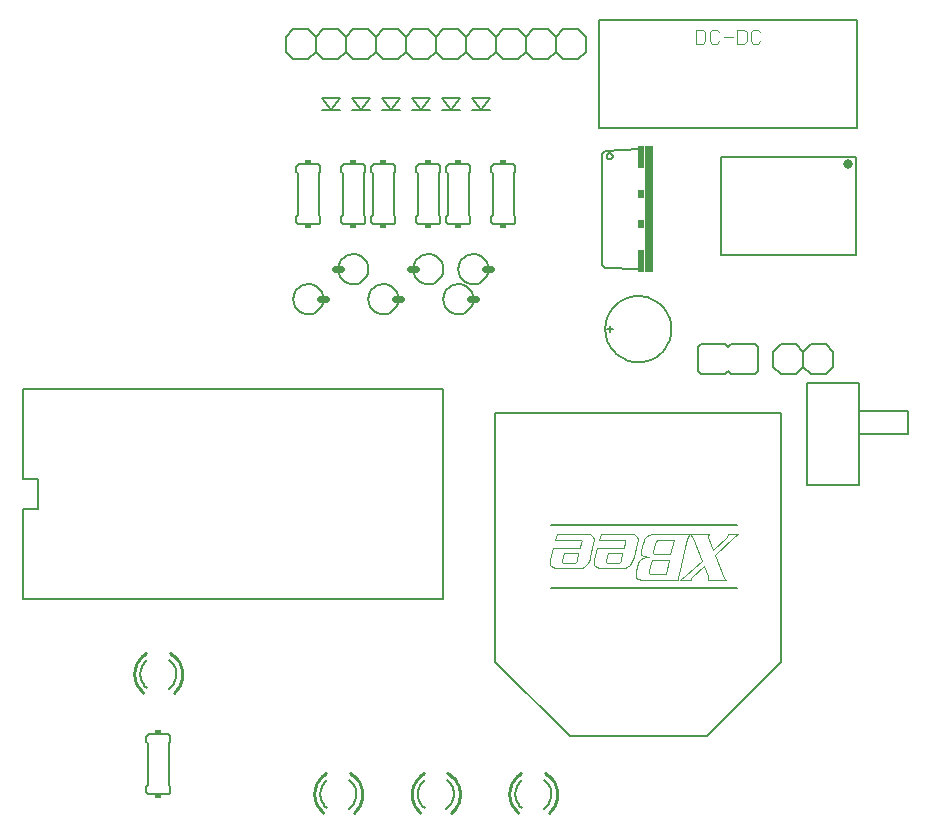
<source format=gto>
G75*
G70*
%OFA0B0*%
%FSLAX24Y24*%
%IPPOS*%
%LPD*%
%AMOC8*
5,1,8,0,0,1.08239X$1,22.5*
%
%ADD10C,0.0050*%
%ADD11C,0.0040*%
%ADD12C,0.0060*%
%ADD13C,0.0080*%
%ADD14R,0.0200X0.0150*%
%ADD15C,0.0240*%
%ADD16R,0.0300X0.4200*%
%ADD17R,0.0200X0.0750*%
%ADD18R,0.0200X0.0300*%
%ADD19C,0.0320*%
%ADD20C,0.0100*%
D10*
X027131Y020529D02*
X027131Y024229D01*
X027231Y024329D01*
X028381Y024379D01*
X027271Y024149D02*
X027273Y024169D01*
X027279Y024187D01*
X027288Y024205D01*
X027300Y024220D01*
X027315Y024232D01*
X027333Y024241D01*
X027351Y024247D01*
X027371Y024249D01*
X027391Y024247D01*
X027409Y024241D01*
X027427Y024232D01*
X027442Y024220D01*
X027454Y024205D01*
X027463Y024187D01*
X027469Y024169D01*
X027471Y024149D01*
X027469Y024129D01*
X027463Y024111D01*
X027454Y024093D01*
X027442Y024078D01*
X027427Y024066D01*
X027409Y024057D01*
X027391Y024051D01*
X027371Y024049D01*
X027351Y024051D01*
X027333Y024057D01*
X027315Y024066D01*
X027300Y024078D01*
X027288Y024093D01*
X027279Y024111D01*
X027273Y024129D01*
X027271Y024149D01*
X027031Y025079D02*
X027031Y028679D01*
X029831Y028679D01*
X035631Y028679D01*
X035631Y025079D01*
X027031Y025079D01*
X027131Y020529D02*
X027231Y020429D01*
X028381Y020379D01*
X033965Y016572D02*
X035697Y016572D01*
X035697Y015667D01*
X037311Y015667D01*
X037311Y014879D01*
X035697Y014879D01*
X035697Y015667D01*
X035697Y014879D02*
X035697Y013186D01*
X033965Y013186D01*
X033965Y016572D01*
D11*
X031648Y011543D02*
X031324Y011543D01*
X031275Y011455D01*
X030820Y011011D01*
X030645Y011444D01*
X030645Y011482D01*
X030677Y011543D01*
X028775Y011543D01*
X028671Y011510D01*
X028605Y011477D01*
X028523Y011384D01*
X028512Y011318D01*
X028474Y011257D01*
X028413Y011016D01*
X028413Y010868D01*
X028419Y010857D01*
X028534Y010802D01*
X028693Y010780D01*
X028583Y010780D01*
X028495Y010759D01*
X028430Y010731D01*
X028347Y010649D01*
X028326Y010594D01*
X028260Y010320D01*
X028243Y010276D01*
X028243Y010183D01*
X028265Y010128D01*
X028298Y010068D01*
X028342Y010040D01*
X028408Y010024D01*
X029652Y010024D01*
X029652Y010134D01*
X029674Y010232D01*
X029817Y010813D01*
X029893Y011126D01*
X029959Y011373D01*
X030003Y011504D01*
X030036Y011537D01*
X030052Y011537D01*
X030140Y011416D01*
X030447Y010660D01*
X029932Y010177D01*
X029855Y010112D01*
X029800Y010073D01*
X029729Y010024D01*
X030074Y010024D01*
X030080Y010046D01*
X030096Y010079D01*
X030118Y010106D01*
X030507Y010490D01*
X030645Y010145D01*
X030645Y010117D01*
X030661Y010090D01*
X030645Y010057D01*
X030645Y010024D01*
X031248Y010024D01*
X031187Y010084D01*
X030875Y010846D01*
X031511Y011444D01*
X031648Y011543D01*
X029515Y011356D02*
X029389Y010874D01*
X028890Y010874D01*
X028846Y010890D01*
X028819Y010929D01*
X028819Y010945D01*
X028901Y011268D01*
X028923Y011301D01*
X028961Y011345D01*
X028983Y011356D01*
X029515Y011356D01*
X029351Y010676D02*
X028802Y010676D01*
X028770Y010654D01*
X028753Y010616D01*
X028676Y010325D01*
X028682Y010238D01*
X028731Y010210D01*
X029236Y010210D01*
X029351Y010676D01*
X028183Y010770D02*
X028167Y010709D01*
X028101Y010578D01*
X028051Y010506D01*
X027964Y010452D01*
X027898Y010430D01*
X027865Y010424D01*
X027004Y010424D01*
X026944Y010446D01*
X026873Y010501D01*
X026851Y010523D01*
X026851Y010715D01*
X026944Y011093D01*
X027843Y011093D01*
X027887Y011279D01*
X027898Y011312D01*
X027892Y011351D01*
X027870Y011367D01*
X027081Y011367D01*
X027010Y011356D01*
X027087Y011543D01*
X028172Y011543D01*
X028216Y011532D01*
X028260Y011499D01*
X028287Y011460D01*
X028304Y011400D01*
X028304Y011345D01*
X028293Y011257D01*
X028183Y010770D01*
X027794Y010918D02*
X027788Y010923D01*
X027317Y010923D01*
X027256Y010687D01*
X027256Y010616D01*
X027273Y010600D01*
X027295Y010594D01*
X027684Y010594D01*
X027717Y010611D01*
X027739Y010649D01*
X027755Y010693D01*
X027794Y010918D01*
X026834Y011257D02*
X026725Y010770D01*
X026708Y010709D01*
X026642Y010578D01*
X026593Y010506D01*
X026505Y010452D01*
X026440Y010430D01*
X026407Y010424D01*
X025546Y010424D01*
X025486Y010446D01*
X025414Y010501D01*
X025393Y010523D01*
X025393Y010715D01*
X025486Y011093D01*
X026385Y011093D01*
X026429Y011279D01*
X026440Y011312D01*
X026434Y011351D01*
X026412Y011367D01*
X025623Y011367D01*
X025552Y011356D01*
X025628Y011543D01*
X026714Y011543D01*
X026758Y011532D01*
X026801Y011499D01*
X026829Y011460D01*
X026845Y011400D01*
X026845Y011345D01*
X026834Y011257D01*
X026335Y010918D02*
X026330Y010923D01*
X025859Y010923D01*
X025798Y010687D01*
X025798Y010616D01*
X025815Y010600D01*
X025837Y010594D01*
X026226Y010594D01*
X026259Y010611D01*
X026281Y010649D01*
X026297Y010693D01*
X026335Y010918D01*
X030249Y027899D02*
X030479Y027899D01*
X030556Y027976D01*
X030556Y028283D01*
X030479Y028360D01*
X030249Y028360D01*
X030249Y027899D01*
X030709Y027976D02*
X030786Y027899D01*
X030940Y027899D01*
X031016Y027976D01*
X031170Y028129D02*
X031477Y028129D01*
X031630Y027899D02*
X031860Y027899D01*
X031937Y027976D01*
X031937Y028283D01*
X031860Y028360D01*
X031630Y028360D01*
X031630Y027899D01*
X032091Y027976D02*
X032091Y028283D01*
X032167Y028360D01*
X032321Y028360D01*
X032398Y028283D01*
X032398Y027976D02*
X032321Y027899D01*
X032167Y027899D01*
X032091Y027976D01*
X031016Y028283D02*
X030940Y028360D01*
X030786Y028360D01*
X030709Y028283D01*
X030709Y027976D01*
D12*
X026581Y028129D02*
X026581Y027629D01*
X026331Y027379D01*
X025831Y027379D01*
X025581Y027629D01*
X025331Y027379D01*
X024831Y027379D01*
X024581Y027629D01*
X024581Y028129D01*
X024831Y028379D01*
X025331Y028379D01*
X025581Y028129D01*
X025831Y028379D01*
X026331Y028379D01*
X026581Y028129D01*
X025581Y028129D02*
X025581Y027629D01*
X024581Y027629D02*
X024331Y027379D01*
X023831Y027379D01*
X023581Y027629D01*
X023331Y027379D01*
X022831Y027379D01*
X022581Y027629D01*
X022331Y027379D01*
X021831Y027379D01*
X021581Y027629D01*
X021581Y028129D01*
X021831Y028379D01*
X022331Y028379D01*
X022581Y028129D01*
X022831Y028379D01*
X023331Y028379D01*
X023581Y028129D01*
X023831Y028379D01*
X024331Y028379D01*
X024581Y028129D01*
X023581Y028129D02*
X023581Y027629D01*
X022581Y027629D02*
X022581Y028129D01*
X021581Y028129D02*
X021331Y028379D01*
X020831Y028379D01*
X020581Y028129D01*
X020331Y028379D01*
X019831Y028379D01*
X019581Y028129D01*
X019331Y028379D01*
X018831Y028379D01*
X018581Y028129D01*
X018581Y027629D01*
X018831Y027379D01*
X019331Y027379D01*
X019581Y027629D01*
X019581Y028129D01*
X019581Y027629D02*
X019831Y027379D01*
X020331Y027379D01*
X020581Y027629D01*
X020581Y028129D01*
X020581Y027629D02*
X020831Y027379D01*
X021331Y027379D01*
X021581Y027629D01*
X021781Y026079D02*
X022381Y026079D01*
X022081Y025679D01*
X022381Y025679D01*
X022081Y025679D02*
X021781Y026079D01*
X021781Y025679D02*
X022081Y025679D01*
X021381Y025679D02*
X021081Y025679D01*
X020781Y025679D01*
X021081Y025679D02*
X020781Y026079D01*
X021381Y026079D01*
X021081Y025679D01*
X020381Y025679D02*
X020081Y025679D01*
X019781Y025679D01*
X020081Y025679D02*
X019781Y026079D01*
X020381Y026079D01*
X020081Y025679D01*
X019381Y025679D02*
X019081Y025679D01*
X018781Y025679D01*
X019081Y025679D02*
X019381Y026079D01*
X018781Y026079D01*
X019081Y025679D01*
X018381Y025679D02*
X018081Y025679D01*
X017781Y025679D01*
X018081Y025679D02*
X017781Y026079D01*
X018381Y026079D01*
X018081Y025679D01*
X018331Y027379D02*
X017831Y027379D01*
X017581Y027629D01*
X017331Y027379D01*
X016831Y027379D01*
X016581Y027629D01*
X016581Y028129D01*
X016831Y028379D01*
X017331Y028379D01*
X017581Y028129D01*
X017831Y028379D01*
X018331Y028379D01*
X018581Y028129D01*
X018581Y027629D02*
X018331Y027379D01*
X017581Y027629D02*
X017581Y028129D01*
X017631Y023879D02*
X017031Y023879D01*
X017014Y023877D01*
X016997Y023873D01*
X016981Y023866D01*
X016967Y023856D01*
X016954Y023843D01*
X016944Y023829D01*
X016937Y023813D01*
X016933Y023796D01*
X016931Y023779D01*
X016931Y023629D01*
X016981Y023579D01*
X016981Y022179D01*
X016931Y022129D01*
X016931Y021979D01*
X016933Y021962D01*
X016937Y021945D01*
X016944Y021929D01*
X016954Y021915D01*
X016967Y021902D01*
X016981Y021892D01*
X016997Y021885D01*
X017014Y021881D01*
X017031Y021879D01*
X017631Y021879D01*
X017648Y021881D01*
X017665Y021885D01*
X017681Y021892D01*
X017695Y021902D01*
X017708Y021915D01*
X017718Y021929D01*
X017725Y021945D01*
X017729Y021962D01*
X017731Y021979D01*
X017731Y022129D01*
X017681Y022179D01*
X017681Y023579D01*
X017731Y023629D01*
X017731Y023779D01*
X017729Y023796D01*
X017725Y023813D01*
X017718Y023829D01*
X017708Y023843D01*
X017695Y023856D01*
X017681Y023866D01*
X017665Y023873D01*
X017648Y023877D01*
X017631Y023879D01*
X018431Y023779D02*
X018431Y023629D01*
X018481Y023579D01*
X018481Y022179D01*
X018431Y022129D01*
X018431Y021979D01*
X018433Y021962D01*
X018437Y021945D01*
X018444Y021929D01*
X018454Y021915D01*
X018467Y021902D01*
X018481Y021892D01*
X018497Y021885D01*
X018514Y021881D01*
X018531Y021879D01*
X019131Y021879D01*
X019148Y021881D01*
X019165Y021885D01*
X019181Y021892D01*
X019195Y021902D01*
X019208Y021915D01*
X019218Y021929D01*
X019225Y021945D01*
X019229Y021962D01*
X019231Y021979D01*
X019231Y022129D01*
X019181Y022179D01*
X019181Y023579D01*
X019231Y023629D01*
X019231Y023779D01*
X019229Y023796D01*
X019225Y023813D01*
X019218Y023829D01*
X019208Y023843D01*
X019195Y023856D01*
X019181Y023866D01*
X019165Y023873D01*
X019148Y023877D01*
X019131Y023879D01*
X018531Y023879D01*
X018514Y023877D01*
X018497Y023873D01*
X018481Y023866D01*
X018467Y023856D01*
X018454Y023843D01*
X018444Y023829D01*
X018437Y023813D01*
X018433Y023796D01*
X018431Y023779D01*
X019431Y023779D02*
X019431Y023629D01*
X019481Y023579D01*
X019481Y022179D01*
X019431Y022129D01*
X019431Y021979D01*
X019433Y021962D01*
X019437Y021945D01*
X019444Y021929D01*
X019454Y021915D01*
X019467Y021902D01*
X019481Y021892D01*
X019497Y021885D01*
X019514Y021881D01*
X019531Y021879D01*
X020131Y021879D01*
X020148Y021881D01*
X020165Y021885D01*
X020181Y021892D01*
X020195Y021902D01*
X020208Y021915D01*
X020218Y021929D01*
X020225Y021945D01*
X020229Y021962D01*
X020231Y021979D01*
X020231Y022129D01*
X020181Y022179D01*
X020181Y023579D01*
X020231Y023629D01*
X020231Y023779D01*
X020229Y023796D01*
X020225Y023813D01*
X020218Y023829D01*
X020208Y023843D01*
X020195Y023856D01*
X020181Y023866D01*
X020165Y023873D01*
X020148Y023877D01*
X020131Y023879D01*
X019531Y023879D01*
X019514Y023877D01*
X019497Y023873D01*
X019481Y023866D01*
X019467Y023856D01*
X019454Y023843D01*
X019444Y023829D01*
X019437Y023813D01*
X019433Y023796D01*
X019431Y023779D01*
X020931Y023779D02*
X020931Y023629D01*
X020981Y023579D01*
X020981Y022179D01*
X020931Y022129D01*
X020931Y021979D01*
X020933Y021962D01*
X020937Y021945D01*
X020944Y021929D01*
X020954Y021915D01*
X020967Y021902D01*
X020981Y021892D01*
X020997Y021885D01*
X021014Y021881D01*
X021031Y021879D01*
X021631Y021879D01*
X021648Y021881D01*
X021665Y021885D01*
X021681Y021892D01*
X021695Y021902D01*
X021708Y021915D01*
X021718Y021929D01*
X021725Y021945D01*
X021729Y021962D01*
X021731Y021979D01*
X021731Y022129D01*
X021681Y022179D01*
X021681Y023579D01*
X021731Y023629D01*
X021731Y023779D01*
X021729Y023796D01*
X021725Y023813D01*
X021718Y023829D01*
X021708Y023843D01*
X021695Y023856D01*
X021681Y023866D01*
X021665Y023873D01*
X021648Y023877D01*
X021631Y023879D01*
X021031Y023879D01*
X021014Y023877D01*
X020997Y023873D01*
X020981Y023866D01*
X020967Y023856D01*
X020954Y023843D01*
X020944Y023829D01*
X020937Y023813D01*
X020933Y023796D01*
X020931Y023779D01*
X021931Y023779D02*
X021931Y023629D01*
X021981Y023579D01*
X021981Y022179D01*
X021931Y022129D01*
X021931Y021979D01*
X021933Y021962D01*
X021937Y021945D01*
X021944Y021929D01*
X021954Y021915D01*
X021967Y021902D01*
X021981Y021892D01*
X021997Y021885D01*
X022014Y021881D01*
X022031Y021879D01*
X022631Y021879D01*
X022648Y021881D01*
X022665Y021885D01*
X022681Y021892D01*
X022695Y021902D01*
X022708Y021915D01*
X022718Y021929D01*
X022725Y021945D01*
X022729Y021962D01*
X022731Y021979D01*
X022731Y022129D01*
X022681Y022179D01*
X022681Y023579D01*
X022731Y023629D01*
X022731Y023779D01*
X022729Y023796D01*
X022725Y023813D01*
X022718Y023829D01*
X022708Y023843D01*
X022695Y023856D01*
X022681Y023866D01*
X022665Y023873D01*
X022648Y023877D01*
X022631Y023879D01*
X022031Y023879D01*
X022014Y023877D01*
X021997Y023873D01*
X021981Y023866D01*
X021967Y023856D01*
X021954Y023843D01*
X021944Y023829D01*
X021937Y023813D01*
X021933Y023796D01*
X021931Y023779D01*
X023431Y023779D02*
X023431Y023629D01*
X023481Y023579D01*
X023481Y022179D01*
X023431Y022129D01*
X023431Y021979D01*
X023433Y021962D01*
X023437Y021945D01*
X023444Y021929D01*
X023454Y021915D01*
X023467Y021902D01*
X023481Y021892D01*
X023497Y021885D01*
X023514Y021881D01*
X023531Y021879D01*
X024131Y021879D01*
X024148Y021881D01*
X024165Y021885D01*
X024181Y021892D01*
X024195Y021902D01*
X024208Y021915D01*
X024218Y021929D01*
X024225Y021945D01*
X024229Y021962D01*
X024231Y021979D01*
X024231Y022129D01*
X024181Y022179D01*
X024181Y023579D01*
X024231Y023629D01*
X024231Y023779D01*
X024229Y023796D01*
X024225Y023813D01*
X024218Y023829D01*
X024208Y023843D01*
X024195Y023856D01*
X024181Y023866D01*
X024165Y023873D01*
X024148Y023877D01*
X024131Y023879D01*
X023531Y023879D01*
X023514Y023877D01*
X023497Y023873D01*
X023481Y023866D01*
X023467Y023856D01*
X023454Y023843D01*
X023444Y023829D01*
X023437Y023813D01*
X023433Y023796D01*
X023431Y023779D01*
X023381Y025679D02*
X023081Y025679D01*
X022781Y025679D01*
X023081Y025679D02*
X022781Y026079D01*
X023381Y026079D01*
X023081Y025679D01*
X022331Y020379D02*
X022333Y020423D01*
X022339Y020467D01*
X022349Y020510D01*
X022362Y020552D01*
X022379Y020593D01*
X022400Y020632D01*
X022424Y020669D01*
X022451Y020704D01*
X022481Y020736D01*
X022514Y020766D01*
X022550Y020792D01*
X022587Y020816D01*
X022627Y020835D01*
X022668Y020852D01*
X022711Y020864D01*
X022754Y020873D01*
X022798Y020878D01*
X022842Y020879D01*
X022886Y020876D01*
X022930Y020869D01*
X022973Y020858D01*
X023015Y020844D01*
X023055Y020826D01*
X023094Y020804D01*
X023130Y020780D01*
X023164Y020752D01*
X023196Y020721D01*
X023225Y020687D01*
X023251Y020651D01*
X023273Y020613D01*
X023292Y020573D01*
X023307Y020531D01*
X023319Y020489D01*
X023327Y020445D01*
X023331Y020401D01*
X023331Y020357D01*
X023327Y020313D01*
X023319Y020269D01*
X023307Y020227D01*
X023292Y020185D01*
X023273Y020145D01*
X023251Y020107D01*
X023225Y020071D01*
X023196Y020037D01*
X023164Y020006D01*
X023130Y019978D01*
X023094Y019954D01*
X023055Y019932D01*
X023015Y019914D01*
X022973Y019900D01*
X022930Y019889D01*
X022886Y019882D01*
X022842Y019879D01*
X022798Y019880D01*
X022754Y019885D01*
X022711Y019894D01*
X022668Y019906D01*
X022627Y019923D01*
X022587Y019942D01*
X022550Y019966D01*
X022514Y019992D01*
X022481Y020022D01*
X022451Y020054D01*
X022424Y020089D01*
X022400Y020126D01*
X022379Y020165D01*
X022362Y020206D01*
X022349Y020248D01*
X022339Y020291D01*
X022333Y020335D01*
X022331Y020379D01*
X021831Y019379D02*
X021833Y019423D01*
X021839Y019467D01*
X021849Y019510D01*
X021862Y019552D01*
X021879Y019593D01*
X021900Y019632D01*
X021924Y019669D01*
X021951Y019704D01*
X021981Y019736D01*
X022014Y019766D01*
X022050Y019792D01*
X022087Y019816D01*
X022127Y019835D01*
X022168Y019852D01*
X022211Y019864D01*
X022254Y019873D01*
X022298Y019878D01*
X022342Y019879D01*
X022386Y019876D01*
X022430Y019869D01*
X022473Y019858D01*
X022515Y019844D01*
X022555Y019826D01*
X022594Y019804D01*
X022630Y019780D01*
X022664Y019752D01*
X022696Y019721D01*
X022725Y019687D01*
X022751Y019651D01*
X022773Y019613D01*
X022792Y019573D01*
X022807Y019531D01*
X022819Y019489D01*
X022827Y019445D01*
X022831Y019401D01*
X022831Y019357D01*
X022827Y019313D01*
X022819Y019269D01*
X022807Y019227D01*
X022792Y019185D01*
X022773Y019145D01*
X022751Y019107D01*
X022725Y019071D01*
X022696Y019037D01*
X022664Y019006D01*
X022630Y018978D01*
X022594Y018954D01*
X022555Y018932D01*
X022515Y018914D01*
X022473Y018900D01*
X022430Y018889D01*
X022386Y018882D01*
X022342Y018879D01*
X022298Y018880D01*
X022254Y018885D01*
X022211Y018894D01*
X022168Y018906D01*
X022127Y018923D01*
X022087Y018942D01*
X022050Y018966D01*
X022014Y018992D01*
X021981Y019022D01*
X021951Y019054D01*
X021924Y019089D01*
X021900Y019126D01*
X021879Y019165D01*
X021862Y019206D01*
X021849Y019248D01*
X021839Y019291D01*
X021833Y019335D01*
X021831Y019379D01*
X020831Y020379D02*
X020833Y020423D01*
X020839Y020467D01*
X020849Y020510D01*
X020862Y020552D01*
X020879Y020593D01*
X020900Y020632D01*
X020924Y020669D01*
X020951Y020704D01*
X020981Y020736D01*
X021014Y020766D01*
X021050Y020792D01*
X021087Y020816D01*
X021127Y020835D01*
X021168Y020852D01*
X021211Y020864D01*
X021254Y020873D01*
X021298Y020878D01*
X021342Y020879D01*
X021386Y020876D01*
X021430Y020869D01*
X021473Y020858D01*
X021515Y020844D01*
X021555Y020826D01*
X021594Y020804D01*
X021630Y020780D01*
X021664Y020752D01*
X021696Y020721D01*
X021725Y020687D01*
X021751Y020651D01*
X021773Y020613D01*
X021792Y020573D01*
X021807Y020531D01*
X021819Y020489D01*
X021827Y020445D01*
X021831Y020401D01*
X021831Y020357D01*
X021827Y020313D01*
X021819Y020269D01*
X021807Y020227D01*
X021792Y020185D01*
X021773Y020145D01*
X021751Y020107D01*
X021725Y020071D01*
X021696Y020037D01*
X021664Y020006D01*
X021630Y019978D01*
X021594Y019954D01*
X021555Y019932D01*
X021515Y019914D01*
X021473Y019900D01*
X021430Y019889D01*
X021386Y019882D01*
X021342Y019879D01*
X021298Y019880D01*
X021254Y019885D01*
X021211Y019894D01*
X021168Y019906D01*
X021127Y019923D01*
X021087Y019942D01*
X021050Y019966D01*
X021014Y019992D01*
X020981Y020022D01*
X020951Y020054D01*
X020924Y020089D01*
X020900Y020126D01*
X020879Y020165D01*
X020862Y020206D01*
X020849Y020248D01*
X020839Y020291D01*
X020833Y020335D01*
X020831Y020379D01*
X019331Y019379D02*
X019333Y019423D01*
X019339Y019467D01*
X019349Y019510D01*
X019362Y019552D01*
X019379Y019593D01*
X019400Y019632D01*
X019424Y019669D01*
X019451Y019704D01*
X019481Y019736D01*
X019514Y019766D01*
X019550Y019792D01*
X019587Y019816D01*
X019627Y019835D01*
X019668Y019852D01*
X019711Y019864D01*
X019754Y019873D01*
X019798Y019878D01*
X019842Y019879D01*
X019886Y019876D01*
X019930Y019869D01*
X019973Y019858D01*
X020015Y019844D01*
X020055Y019826D01*
X020094Y019804D01*
X020130Y019780D01*
X020164Y019752D01*
X020196Y019721D01*
X020225Y019687D01*
X020251Y019651D01*
X020273Y019613D01*
X020292Y019573D01*
X020307Y019531D01*
X020319Y019489D01*
X020327Y019445D01*
X020331Y019401D01*
X020331Y019357D01*
X020327Y019313D01*
X020319Y019269D01*
X020307Y019227D01*
X020292Y019185D01*
X020273Y019145D01*
X020251Y019107D01*
X020225Y019071D01*
X020196Y019037D01*
X020164Y019006D01*
X020130Y018978D01*
X020094Y018954D01*
X020055Y018932D01*
X020015Y018914D01*
X019973Y018900D01*
X019930Y018889D01*
X019886Y018882D01*
X019842Y018879D01*
X019798Y018880D01*
X019754Y018885D01*
X019711Y018894D01*
X019668Y018906D01*
X019627Y018923D01*
X019587Y018942D01*
X019550Y018966D01*
X019514Y018992D01*
X019481Y019022D01*
X019451Y019054D01*
X019424Y019089D01*
X019400Y019126D01*
X019379Y019165D01*
X019362Y019206D01*
X019349Y019248D01*
X019339Y019291D01*
X019333Y019335D01*
X019331Y019379D01*
X018331Y020379D02*
X018333Y020423D01*
X018339Y020467D01*
X018349Y020510D01*
X018362Y020552D01*
X018379Y020593D01*
X018400Y020632D01*
X018424Y020669D01*
X018451Y020704D01*
X018481Y020736D01*
X018514Y020766D01*
X018550Y020792D01*
X018587Y020816D01*
X018627Y020835D01*
X018668Y020852D01*
X018711Y020864D01*
X018754Y020873D01*
X018798Y020878D01*
X018842Y020879D01*
X018886Y020876D01*
X018930Y020869D01*
X018973Y020858D01*
X019015Y020844D01*
X019055Y020826D01*
X019094Y020804D01*
X019130Y020780D01*
X019164Y020752D01*
X019196Y020721D01*
X019225Y020687D01*
X019251Y020651D01*
X019273Y020613D01*
X019292Y020573D01*
X019307Y020531D01*
X019319Y020489D01*
X019327Y020445D01*
X019331Y020401D01*
X019331Y020357D01*
X019327Y020313D01*
X019319Y020269D01*
X019307Y020227D01*
X019292Y020185D01*
X019273Y020145D01*
X019251Y020107D01*
X019225Y020071D01*
X019196Y020037D01*
X019164Y020006D01*
X019130Y019978D01*
X019094Y019954D01*
X019055Y019932D01*
X019015Y019914D01*
X018973Y019900D01*
X018930Y019889D01*
X018886Y019882D01*
X018842Y019879D01*
X018798Y019880D01*
X018754Y019885D01*
X018711Y019894D01*
X018668Y019906D01*
X018627Y019923D01*
X018587Y019942D01*
X018550Y019966D01*
X018514Y019992D01*
X018481Y020022D01*
X018451Y020054D01*
X018424Y020089D01*
X018400Y020126D01*
X018379Y020165D01*
X018362Y020206D01*
X018349Y020248D01*
X018339Y020291D01*
X018333Y020335D01*
X018331Y020379D01*
X016831Y019379D02*
X016833Y019423D01*
X016839Y019467D01*
X016849Y019510D01*
X016862Y019552D01*
X016879Y019593D01*
X016900Y019632D01*
X016924Y019669D01*
X016951Y019704D01*
X016981Y019736D01*
X017014Y019766D01*
X017050Y019792D01*
X017087Y019816D01*
X017127Y019835D01*
X017168Y019852D01*
X017211Y019864D01*
X017254Y019873D01*
X017298Y019878D01*
X017342Y019879D01*
X017386Y019876D01*
X017430Y019869D01*
X017473Y019858D01*
X017515Y019844D01*
X017555Y019826D01*
X017594Y019804D01*
X017630Y019780D01*
X017664Y019752D01*
X017696Y019721D01*
X017725Y019687D01*
X017751Y019651D01*
X017773Y019613D01*
X017792Y019573D01*
X017807Y019531D01*
X017819Y019489D01*
X017827Y019445D01*
X017831Y019401D01*
X017831Y019357D01*
X017827Y019313D01*
X017819Y019269D01*
X017807Y019227D01*
X017792Y019185D01*
X017773Y019145D01*
X017751Y019107D01*
X017725Y019071D01*
X017696Y019037D01*
X017664Y019006D01*
X017630Y018978D01*
X017594Y018954D01*
X017555Y018932D01*
X017515Y018914D01*
X017473Y018900D01*
X017430Y018889D01*
X017386Y018882D01*
X017342Y018879D01*
X017298Y018880D01*
X017254Y018885D01*
X017211Y018894D01*
X017168Y018906D01*
X017127Y018923D01*
X017087Y018942D01*
X017050Y018966D01*
X017014Y018992D01*
X016981Y019022D01*
X016951Y019054D01*
X016924Y019089D01*
X016900Y019126D01*
X016879Y019165D01*
X016862Y019206D01*
X016849Y019248D01*
X016839Y019291D01*
X016833Y019335D01*
X016831Y019379D01*
X025403Y011839D02*
X031631Y011839D01*
X031631Y009750D02*
X025403Y009750D01*
X025431Y002879D02*
X025429Y002832D01*
X025423Y002784D01*
X025414Y002738D01*
X025401Y002692D01*
X025385Y002648D01*
X025364Y002604D01*
X025341Y002563D01*
X025315Y002524D01*
X025285Y002487D01*
X025252Y002452D01*
X025217Y002420D01*
X025180Y002391D01*
X024231Y002879D02*
X024233Y002924D01*
X024238Y002970D01*
X024246Y003014D01*
X024258Y003058D01*
X024274Y003101D01*
X024292Y003143D01*
X024314Y003183D01*
X024338Y003221D01*
X024365Y003257D01*
X024395Y003292D01*
X024428Y003323D01*
X024463Y003353D01*
X024231Y002879D02*
X024233Y002834D01*
X024238Y002788D01*
X024246Y002744D01*
X024258Y002700D01*
X024274Y002657D01*
X024292Y002615D01*
X024314Y002575D01*
X024338Y002537D01*
X024365Y002501D01*
X024395Y002466D01*
X024428Y002435D01*
X024463Y002405D01*
X025431Y002879D02*
X025429Y002925D01*
X025424Y002971D01*
X025415Y003017D01*
X025403Y003062D01*
X025387Y003105D01*
X025368Y003147D01*
X025345Y003188D01*
X025320Y003227D01*
X025292Y003263D01*
X025261Y003298D01*
X025227Y003330D01*
X025191Y003359D01*
X021213Y003353D02*
X021178Y003323D01*
X021145Y003292D01*
X021115Y003257D01*
X021088Y003221D01*
X021064Y003183D01*
X021042Y003143D01*
X021024Y003101D01*
X021008Y003058D01*
X020996Y003014D01*
X020988Y002970D01*
X020983Y002924D01*
X020981Y002879D01*
X021941Y003359D02*
X021977Y003330D01*
X022011Y003298D01*
X022042Y003263D01*
X022070Y003227D01*
X022095Y003188D01*
X022118Y003147D01*
X022137Y003105D01*
X022153Y003062D01*
X022165Y003017D01*
X022174Y002971D01*
X022179Y002925D01*
X022181Y002879D01*
X021213Y002405D02*
X021178Y002435D01*
X021145Y002466D01*
X021115Y002501D01*
X021088Y002537D01*
X021064Y002575D01*
X021042Y002615D01*
X021024Y002657D01*
X021008Y002700D01*
X020996Y002744D01*
X020988Y002788D01*
X020983Y002834D01*
X020981Y002879D01*
X021930Y002391D02*
X021967Y002420D01*
X022002Y002452D01*
X022035Y002487D01*
X022065Y002524D01*
X022091Y002563D01*
X022114Y002604D01*
X022135Y002648D01*
X022151Y002692D01*
X022164Y002738D01*
X022173Y002784D01*
X022179Y002832D01*
X022181Y002879D01*
X017963Y003353D02*
X017928Y003323D01*
X017895Y003292D01*
X017865Y003257D01*
X017838Y003221D01*
X017814Y003183D01*
X017792Y003143D01*
X017774Y003101D01*
X017758Y003058D01*
X017746Y003014D01*
X017738Y002970D01*
X017733Y002924D01*
X017731Y002879D01*
X018691Y003359D02*
X018727Y003330D01*
X018761Y003298D01*
X018792Y003263D01*
X018820Y003227D01*
X018845Y003188D01*
X018868Y003147D01*
X018887Y003105D01*
X018903Y003062D01*
X018915Y003017D01*
X018924Y002971D01*
X018929Y002925D01*
X018931Y002879D01*
X017963Y002405D02*
X017928Y002435D01*
X017895Y002466D01*
X017865Y002501D01*
X017838Y002537D01*
X017814Y002575D01*
X017792Y002615D01*
X017774Y002657D01*
X017758Y002700D01*
X017746Y002744D01*
X017738Y002788D01*
X017733Y002834D01*
X017731Y002879D01*
X018680Y002391D02*
X018717Y002420D01*
X018752Y002452D01*
X018785Y002487D01*
X018815Y002524D01*
X018841Y002563D01*
X018864Y002604D01*
X018885Y002648D01*
X018901Y002692D01*
X018914Y002738D01*
X018923Y002784D01*
X018929Y002832D01*
X018931Y002879D01*
X012731Y002979D02*
X012731Y003129D01*
X012681Y003179D01*
X012681Y004579D01*
X012731Y004629D01*
X012731Y004779D01*
X012729Y004796D01*
X012725Y004813D01*
X012718Y004829D01*
X012708Y004843D01*
X012695Y004856D01*
X012681Y004866D01*
X012665Y004873D01*
X012648Y004877D01*
X012631Y004879D01*
X012031Y004879D01*
X012014Y004877D01*
X011997Y004873D01*
X011981Y004866D01*
X011967Y004856D01*
X011954Y004843D01*
X011944Y004829D01*
X011937Y004813D01*
X011933Y004796D01*
X011931Y004779D01*
X011931Y004629D01*
X011981Y004579D01*
X011981Y003179D01*
X011931Y003129D01*
X011931Y002979D01*
X011933Y002962D01*
X011937Y002945D01*
X011944Y002929D01*
X011954Y002915D01*
X011967Y002902D01*
X011981Y002892D01*
X011997Y002885D01*
X012014Y002881D01*
X012031Y002879D01*
X012631Y002879D01*
X012648Y002881D01*
X012665Y002885D01*
X012681Y002892D01*
X012695Y002902D01*
X012708Y002915D01*
X012718Y002929D01*
X012725Y002945D01*
X012729Y002962D01*
X012731Y002979D01*
X011731Y006879D02*
X011733Y006924D01*
X011738Y006970D01*
X011746Y007014D01*
X011758Y007058D01*
X011774Y007101D01*
X011792Y007143D01*
X011814Y007183D01*
X011838Y007221D01*
X011865Y007257D01*
X011895Y007292D01*
X011928Y007323D01*
X011963Y007353D01*
X012931Y006879D02*
X012929Y006832D01*
X012923Y006784D01*
X012914Y006738D01*
X012901Y006692D01*
X012885Y006648D01*
X012864Y006604D01*
X012841Y006563D01*
X012815Y006524D01*
X012785Y006487D01*
X012752Y006452D01*
X012717Y006420D01*
X012680Y006391D01*
X012931Y006879D02*
X012929Y006925D01*
X012924Y006971D01*
X012915Y007017D01*
X012903Y007062D01*
X012887Y007105D01*
X012868Y007147D01*
X012845Y007188D01*
X012820Y007227D01*
X012792Y007263D01*
X012761Y007298D01*
X012727Y007330D01*
X012691Y007359D01*
X011731Y006879D02*
X011733Y006834D01*
X011738Y006788D01*
X011746Y006744D01*
X011758Y006700D01*
X011774Y006657D01*
X011792Y006615D01*
X011814Y006575D01*
X011838Y006537D01*
X011865Y006501D01*
X011895Y006466D01*
X011928Y006435D01*
X011963Y006405D01*
X027281Y018379D02*
X027481Y018379D01*
X027381Y018279D02*
X027381Y018479D01*
X027231Y018379D02*
X027233Y018445D01*
X027239Y018510D01*
X027249Y018575D01*
X027262Y018640D01*
X027280Y018703D01*
X027301Y018766D01*
X027326Y018826D01*
X027355Y018886D01*
X027387Y018943D01*
X027422Y018999D01*
X027461Y019052D01*
X027503Y019103D01*
X027547Y019151D01*
X027595Y019196D01*
X027645Y019239D01*
X027698Y019278D01*
X027753Y019315D01*
X027810Y019348D01*
X027869Y019377D01*
X027929Y019403D01*
X027991Y019425D01*
X028054Y019444D01*
X028118Y019458D01*
X028183Y019469D01*
X028249Y019476D01*
X028315Y019479D01*
X028380Y019478D01*
X028446Y019473D01*
X028511Y019464D01*
X028576Y019451D01*
X028639Y019435D01*
X028702Y019415D01*
X028763Y019390D01*
X028823Y019363D01*
X028881Y019332D01*
X028937Y019297D01*
X028991Y019259D01*
X029042Y019218D01*
X029091Y019174D01*
X029137Y019127D01*
X029181Y019078D01*
X029221Y019026D01*
X029258Y018971D01*
X029292Y018915D01*
X029322Y018856D01*
X029349Y018796D01*
X029372Y018735D01*
X029391Y018672D01*
X029407Y018608D01*
X029419Y018543D01*
X029427Y018478D01*
X029431Y018412D01*
X029431Y018346D01*
X029427Y018280D01*
X029419Y018215D01*
X029407Y018150D01*
X029391Y018086D01*
X029372Y018023D01*
X029349Y017962D01*
X029322Y017902D01*
X029292Y017843D01*
X029258Y017787D01*
X029221Y017732D01*
X029181Y017680D01*
X029137Y017631D01*
X029091Y017584D01*
X029042Y017540D01*
X028991Y017499D01*
X028937Y017461D01*
X028881Y017426D01*
X028823Y017395D01*
X028763Y017368D01*
X028702Y017343D01*
X028639Y017323D01*
X028576Y017307D01*
X028511Y017294D01*
X028446Y017285D01*
X028380Y017280D01*
X028315Y017279D01*
X028249Y017282D01*
X028183Y017289D01*
X028118Y017300D01*
X028054Y017314D01*
X027991Y017333D01*
X027929Y017355D01*
X027869Y017381D01*
X027810Y017410D01*
X027753Y017443D01*
X027698Y017480D01*
X027645Y017519D01*
X027595Y017562D01*
X027547Y017607D01*
X027503Y017655D01*
X027461Y017706D01*
X027422Y017759D01*
X027387Y017815D01*
X027355Y017872D01*
X027326Y017932D01*
X027301Y017992D01*
X027280Y018055D01*
X027262Y018118D01*
X027249Y018183D01*
X027239Y018248D01*
X027233Y018313D01*
X027231Y018379D01*
X030331Y017779D02*
X030331Y016979D01*
X030431Y016879D01*
X031231Y016879D01*
X031331Y016979D01*
X031431Y016879D01*
X032231Y016879D01*
X032331Y016979D01*
X032331Y017779D01*
X032231Y017879D01*
X031431Y017879D01*
X031331Y017779D01*
X031231Y017879D01*
X030431Y017879D01*
X030331Y017779D01*
X032831Y017629D02*
X032831Y017129D01*
X033081Y016879D01*
X033581Y016879D01*
X033831Y017129D01*
X034081Y016879D01*
X034581Y016879D01*
X034831Y017129D01*
X034831Y017629D01*
X034581Y017879D01*
X034081Y017879D01*
X033831Y017629D01*
X033831Y017129D01*
X033831Y017629D02*
X033581Y017879D01*
X033081Y017879D01*
X032831Y017629D01*
D13*
X007831Y012379D02*
X007831Y009379D01*
X021831Y009379D01*
X021831Y016379D01*
X007831Y016379D01*
X007831Y013379D01*
X008331Y013379D01*
X008331Y012379D01*
X007831Y012379D01*
X023567Y015594D02*
X023567Y007296D01*
X026057Y004806D01*
X030605Y004806D01*
X033095Y007296D01*
X033095Y015594D01*
X023567Y015594D01*
X031088Y020844D02*
X035574Y020844D01*
X035574Y024127D01*
X031088Y024127D01*
X031088Y020844D01*
D14*
X023831Y021804D03*
X022331Y021804D03*
X021331Y021804D03*
X019831Y021804D03*
X018831Y021804D03*
X017331Y021804D03*
X017331Y023954D03*
X018831Y023954D03*
X019831Y023954D03*
X021331Y023954D03*
X022331Y023954D03*
X023831Y023954D03*
X012331Y004954D03*
X012331Y002804D03*
D15*
X017731Y019379D02*
X017931Y019379D01*
X018231Y020379D02*
X018431Y020379D01*
X020231Y019379D02*
X020431Y019379D01*
X020731Y020379D02*
X020931Y020379D01*
X022731Y019379D02*
X022931Y019379D01*
X023231Y020379D02*
X023431Y020379D01*
D16*
X028681Y022379D03*
D17*
X028431Y020654D03*
X028431Y024104D03*
D18*
X028431Y022879D03*
X028431Y021879D03*
D19*
X035331Y023879D03*
D20*
X024434Y003574D02*
X024386Y003544D01*
X024341Y003511D01*
X024298Y003475D01*
X024257Y003437D01*
X024220Y003395D01*
X024185Y003351D01*
X024154Y003305D01*
X024125Y003256D01*
X024101Y003206D01*
X024080Y003154D01*
X024062Y003100D01*
X024049Y003046D01*
X024039Y002991D01*
X024033Y002935D01*
X024031Y002879D01*
X025207Y003585D02*
X025254Y003558D01*
X025299Y003528D01*
X025342Y003495D01*
X025382Y003459D01*
X025420Y003420D01*
X025455Y003379D01*
X025488Y003336D01*
X025517Y003291D01*
X025543Y003243D01*
X025566Y003194D01*
X025586Y003144D01*
X025602Y003093D01*
X025615Y003040D01*
X025624Y002987D01*
X025629Y002933D01*
X025631Y002879D01*
X024314Y002268D02*
X024275Y002304D01*
X024237Y002343D01*
X024203Y002383D01*
X024171Y002426D01*
X024143Y002471D01*
X024117Y002518D01*
X024094Y002567D01*
X024075Y002617D01*
X024059Y002668D01*
X024047Y002720D01*
X024038Y002772D01*
X024033Y002826D01*
X024031Y002879D01*
X025343Y002264D02*
X025383Y002300D01*
X025421Y002339D01*
X025456Y002380D01*
X025488Y002423D01*
X025518Y002468D01*
X025544Y002515D01*
X025566Y002564D01*
X025586Y002615D01*
X025602Y002666D01*
X025615Y002718D01*
X025624Y002772D01*
X025629Y002825D01*
X025631Y002879D01*
X021184Y003574D02*
X021136Y003544D01*
X021091Y003511D01*
X021048Y003475D01*
X021007Y003437D01*
X020970Y003395D01*
X020935Y003351D01*
X020904Y003305D01*
X020875Y003256D01*
X020851Y003206D01*
X020830Y003154D01*
X020812Y003100D01*
X020799Y003046D01*
X020789Y002991D01*
X020783Y002935D01*
X020781Y002879D01*
X021957Y003585D02*
X022004Y003558D01*
X022049Y003528D01*
X022092Y003495D01*
X022132Y003459D01*
X022170Y003420D01*
X022205Y003379D01*
X022238Y003336D01*
X022267Y003291D01*
X022293Y003243D01*
X022316Y003194D01*
X022336Y003144D01*
X022352Y003093D01*
X022365Y003040D01*
X022374Y002987D01*
X022379Y002933D01*
X022381Y002879D01*
X021064Y002268D02*
X021025Y002304D01*
X020987Y002343D01*
X020953Y002383D01*
X020921Y002426D01*
X020893Y002471D01*
X020867Y002518D01*
X020844Y002567D01*
X020825Y002617D01*
X020809Y002668D01*
X020797Y002720D01*
X020788Y002772D01*
X020783Y002826D01*
X020781Y002879D01*
X022093Y002264D02*
X022133Y002300D01*
X022171Y002339D01*
X022206Y002380D01*
X022238Y002423D01*
X022268Y002468D01*
X022294Y002515D01*
X022316Y002564D01*
X022336Y002615D01*
X022352Y002666D01*
X022365Y002718D01*
X022374Y002772D01*
X022379Y002825D01*
X022381Y002879D01*
X017934Y003574D02*
X017886Y003544D01*
X017841Y003511D01*
X017798Y003475D01*
X017757Y003437D01*
X017720Y003395D01*
X017685Y003351D01*
X017654Y003305D01*
X017625Y003256D01*
X017601Y003206D01*
X017580Y003154D01*
X017562Y003100D01*
X017549Y003046D01*
X017539Y002991D01*
X017533Y002935D01*
X017531Y002879D01*
X018707Y003585D02*
X018754Y003558D01*
X018799Y003528D01*
X018842Y003495D01*
X018882Y003459D01*
X018920Y003420D01*
X018955Y003379D01*
X018988Y003336D01*
X019017Y003291D01*
X019043Y003243D01*
X019066Y003194D01*
X019086Y003144D01*
X019102Y003093D01*
X019115Y003040D01*
X019124Y002987D01*
X019129Y002933D01*
X019131Y002879D01*
X017814Y002268D02*
X017775Y002304D01*
X017737Y002343D01*
X017703Y002383D01*
X017671Y002426D01*
X017643Y002471D01*
X017617Y002518D01*
X017594Y002567D01*
X017575Y002617D01*
X017559Y002668D01*
X017547Y002720D01*
X017538Y002772D01*
X017533Y002826D01*
X017531Y002879D01*
X018843Y002264D02*
X018883Y002300D01*
X018921Y002339D01*
X018956Y002380D01*
X018988Y002423D01*
X019018Y002468D01*
X019044Y002515D01*
X019066Y002564D01*
X019086Y002615D01*
X019102Y002666D01*
X019115Y002718D01*
X019124Y002772D01*
X019129Y002825D01*
X019131Y002879D01*
X013131Y006879D02*
X013129Y006933D01*
X013124Y006987D01*
X013115Y007040D01*
X013102Y007093D01*
X013086Y007144D01*
X013066Y007194D01*
X013043Y007243D01*
X013017Y007291D01*
X012988Y007336D01*
X012955Y007379D01*
X012920Y007420D01*
X012882Y007459D01*
X012842Y007495D01*
X012799Y007528D01*
X012754Y007558D01*
X012707Y007585D01*
X011934Y007574D02*
X011886Y007544D01*
X011841Y007511D01*
X011798Y007475D01*
X011757Y007437D01*
X011720Y007395D01*
X011685Y007351D01*
X011654Y007305D01*
X011625Y007256D01*
X011601Y007206D01*
X011580Y007154D01*
X011562Y007100D01*
X011549Y007046D01*
X011539Y006991D01*
X011533Y006935D01*
X011531Y006879D01*
X011533Y006826D01*
X011538Y006772D01*
X011547Y006720D01*
X011559Y006668D01*
X011575Y006617D01*
X011594Y006567D01*
X011617Y006518D01*
X011643Y006471D01*
X011671Y006426D01*
X011703Y006383D01*
X011737Y006343D01*
X011775Y006304D01*
X011814Y006268D01*
X012843Y006264D02*
X012883Y006300D01*
X012921Y006339D01*
X012956Y006380D01*
X012988Y006423D01*
X013018Y006468D01*
X013044Y006515D01*
X013066Y006564D01*
X013086Y006615D01*
X013102Y006666D01*
X013115Y006718D01*
X013124Y006772D01*
X013129Y006825D01*
X013131Y006879D01*
M02*

</source>
